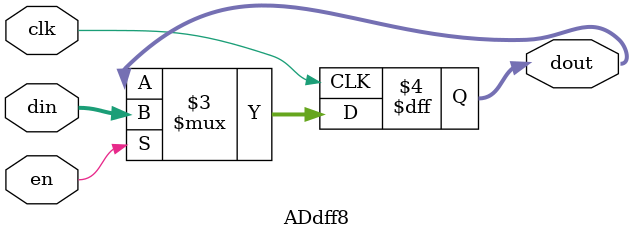
<source format=v>
module ADdff8(clk,en,din,dout);
input clk,en;
input [7:0]din;
output reg[7:0]dout;
always @(posedge clk)
dout=(en==1'd1)?din:dout;
endmodule	
</source>
